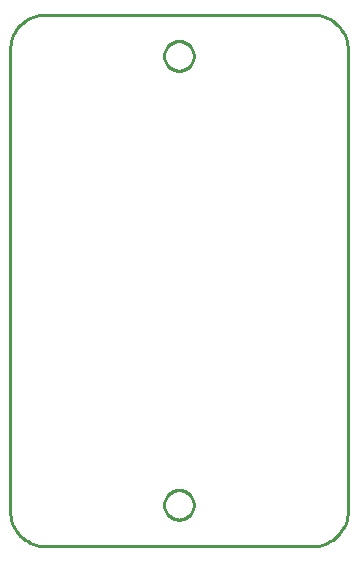
<source format=gbr>
G04 EAGLE Gerber RS-274X export*
G75*
%MOMM*%
%FSLAX34Y34*%
%LPD*%
%IN*%
%IPPOS*%
%AMOC8*
5,1,8,0,0,1.08239X$1,22.5*%
G01*
%ADD10C,0.254000*%


D10*
X0Y30000D02*
X114Y27385D01*
X456Y24791D01*
X1022Y22235D01*
X1809Y19739D01*
X2811Y17321D01*
X4019Y15000D01*
X5425Y12793D01*
X7019Y10716D01*
X8787Y8787D01*
X10716Y7019D01*
X12793Y5425D01*
X15000Y4019D01*
X17321Y2811D01*
X19739Y1809D01*
X22235Y1022D01*
X24791Y456D01*
X27385Y114D01*
X30000Y0D01*
X256000Y0D01*
X258615Y114D01*
X261209Y456D01*
X263765Y1022D01*
X266261Y1809D01*
X268679Y2811D01*
X271000Y4019D01*
X273207Y5425D01*
X275284Y7019D01*
X277213Y8787D01*
X278981Y10716D01*
X280575Y12793D01*
X281981Y15000D01*
X283189Y17321D01*
X284191Y19739D01*
X284978Y22235D01*
X285544Y24791D01*
X285886Y27385D01*
X286000Y30000D01*
X286000Y420000D01*
X285886Y422615D01*
X285544Y425209D01*
X284978Y427765D01*
X284191Y430261D01*
X283189Y432679D01*
X281981Y435000D01*
X280575Y437207D01*
X278981Y439284D01*
X277213Y441213D01*
X275284Y442981D01*
X273207Y444575D01*
X271000Y445981D01*
X268679Y447189D01*
X266261Y448191D01*
X263765Y448978D01*
X261209Y449544D01*
X258615Y449886D01*
X256000Y450000D01*
X30000Y450000D01*
X27385Y449886D01*
X24791Y449544D01*
X22235Y448978D01*
X19739Y448191D01*
X17321Y447189D01*
X15000Y445981D01*
X12793Y444575D01*
X10716Y442981D01*
X8787Y441213D01*
X7019Y439284D01*
X5425Y437207D01*
X4019Y435000D01*
X2811Y432679D01*
X1809Y430261D01*
X1022Y427765D01*
X456Y425209D01*
X114Y422615D01*
X0Y420000D01*
X0Y30000D01*
X155500Y34509D02*
X155423Y33530D01*
X155269Y32560D01*
X155040Y31604D01*
X154736Y30670D01*
X154361Y29763D01*
X153915Y28888D01*
X153401Y28050D01*
X152824Y27255D01*
X152186Y26508D01*
X151492Y25814D01*
X150745Y25176D01*
X149950Y24599D01*
X149112Y24085D01*
X148237Y23639D01*
X147330Y23264D01*
X146396Y22960D01*
X145441Y22731D01*
X144470Y22577D01*
X143491Y22500D01*
X142509Y22500D01*
X141530Y22577D01*
X140560Y22731D01*
X139604Y22960D01*
X138670Y23264D01*
X137763Y23639D01*
X136888Y24085D01*
X136050Y24599D01*
X135255Y25176D01*
X134508Y25814D01*
X133814Y26508D01*
X133176Y27255D01*
X132599Y28050D01*
X132085Y28888D01*
X131639Y29763D01*
X131264Y30670D01*
X130960Y31604D01*
X130731Y32560D01*
X130577Y33530D01*
X130500Y34509D01*
X130500Y35491D01*
X130577Y36470D01*
X130731Y37441D01*
X130960Y38396D01*
X131264Y39330D01*
X131639Y40237D01*
X132085Y41112D01*
X132599Y41950D01*
X133176Y42745D01*
X133814Y43492D01*
X134508Y44186D01*
X135255Y44824D01*
X136050Y45401D01*
X136888Y45915D01*
X137763Y46361D01*
X138670Y46736D01*
X139604Y47040D01*
X140560Y47269D01*
X141530Y47423D01*
X142509Y47500D01*
X143491Y47500D01*
X144470Y47423D01*
X145441Y47269D01*
X146396Y47040D01*
X147330Y46736D01*
X148237Y46361D01*
X149112Y45915D01*
X149950Y45401D01*
X150745Y44824D01*
X151492Y44186D01*
X152186Y43492D01*
X152824Y42745D01*
X153401Y41950D01*
X153915Y41112D01*
X154361Y40237D01*
X154736Y39330D01*
X155040Y38396D01*
X155269Y37441D01*
X155423Y36470D01*
X155500Y35491D01*
X155500Y34509D01*
X155500Y414509D02*
X155423Y413530D01*
X155269Y412560D01*
X155040Y411604D01*
X154736Y410670D01*
X154361Y409763D01*
X153915Y408888D01*
X153401Y408050D01*
X152824Y407255D01*
X152186Y406508D01*
X151492Y405814D01*
X150745Y405176D01*
X149950Y404599D01*
X149112Y404085D01*
X148237Y403639D01*
X147330Y403264D01*
X146396Y402960D01*
X145441Y402731D01*
X144470Y402577D01*
X143491Y402500D01*
X142509Y402500D01*
X141530Y402577D01*
X140560Y402731D01*
X139604Y402960D01*
X138670Y403264D01*
X137763Y403639D01*
X136888Y404085D01*
X136050Y404599D01*
X135255Y405176D01*
X134508Y405814D01*
X133814Y406508D01*
X133176Y407255D01*
X132599Y408050D01*
X132085Y408888D01*
X131639Y409763D01*
X131264Y410670D01*
X130960Y411604D01*
X130731Y412560D01*
X130577Y413530D01*
X130500Y414509D01*
X130500Y415491D01*
X130577Y416470D01*
X130731Y417441D01*
X130960Y418396D01*
X131264Y419330D01*
X131639Y420237D01*
X132085Y421112D01*
X132599Y421950D01*
X133176Y422745D01*
X133814Y423492D01*
X134508Y424186D01*
X135255Y424824D01*
X136050Y425401D01*
X136888Y425915D01*
X137763Y426361D01*
X138670Y426736D01*
X139604Y427040D01*
X140560Y427269D01*
X141530Y427423D01*
X142509Y427500D01*
X143491Y427500D01*
X144470Y427423D01*
X145441Y427269D01*
X146396Y427040D01*
X147330Y426736D01*
X148237Y426361D01*
X149112Y425915D01*
X149950Y425401D01*
X150745Y424824D01*
X151492Y424186D01*
X152186Y423492D01*
X152824Y422745D01*
X153401Y421950D01*
X153915Y421112D01*
X154361Y420237D01*
X154736Y419330D01*
X155040Y418396D01*
X155269Y417441D01*
X155423Y416470D01*
X155500Y415491D01*
X155500Y414509D01*
M02*

</source>
